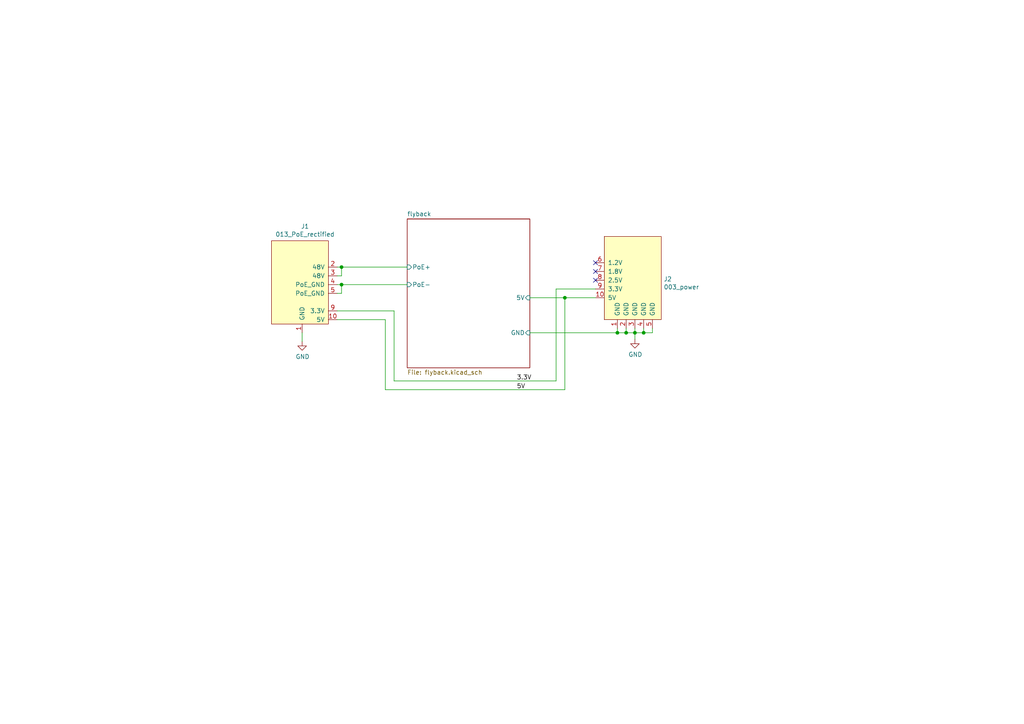
<source format=kicad_sch>
(kicad_sch (version 20211123) (generator eeschema)

  (uuid c201e1b2-fc01-4110-bdaa-a33290468c83)

  (paper "A4")

  (lib_symbols
    (symbol "power:GND" (power) (pin_names (offset 0)) (in_bom yes) (on_board yes)
      (property "Reference" "#PWR" (id 0) (at 0 -6.35 0)
        (effects (font (size 1.27 1.27)) hide)
      )
      (property "Value" "GND" (id 1) (at 0 -3.81 0)
        (effects (font (size 1.27 1.27)))
      )
      (property "Footprint" "" (id 2) (at 0 0 0)
        (effects (font (size 1.27 1.27)) hide)
      )
      (property "Datasheet" "" (id 3) (at 0 0 0)
        (effects (font (size 1.27 1.27)) hide)
      )
      (property "ki_keywords" "power-flag" (id 4) (at 0 0 0)
        (effects (font (size 1.27 1.27)) hide)
      )
      (property "ki_description" "Power symbol creates a global label with name \"GND\" , ground" (id 5) (at 0 0 0)
        (effects (font (size 1.27 1.27)) hide)
      )
      (symbol "GND_0_1"
        (polyline
          (pts
            (xy 0 0)
            (xy 0 -1.27)
            (xy 1.27 -1.27)
            (xy 0 -2.54)
            (xy -1.27 -1.27)
            (xy 0 -1.27)
          )
          (stroke (width 0) (type default) (color 0 0 0 0))
          (fill (type none))
        )
      )
      (symbol "GND_1_1"
        (pin power_in line (at 0 0 270) (length 0) hide
          (name "GND" (effects (font (size 1.27 1.27))))
          (number "1" (effects (font (size 1.27 1.27))))
        )
      )
    )
    (symbol "put_on_edge:003_power" (pin_names (offset 1.016)) (in_bom yes) (on_board yes)
      (property "Reference" "J" (id 0) (at -2.54 13.97 0)
        (effects (font (size 1.27 1.27)))
      )
      (property "Value" "003_power" (id 1) (at 8.89 13.97 0)
        (effects (font (size 1.27 1.27)))
      )
      (property "Footprint" "" (id 2) (at 7.62 16.51 0)
        (effects (font (size 1.27 1.27)) hide)
      )
      (property "Datasheet" "" (id 3) (at 7.62 16.51 0)
        (effects (font (size 1.27 1.27)) hide)
      )
      (symbol "003_power_0_1"
        (rectangle (start -8.89 12.7) (end 7.62 -11.43)
          (stroke (width 0) (type default) (color 0 0 0 0))
          (fill (type background))
        )
      )
      (symbol "003_power_1_1"
        (pin power_in line (at -5.08 -13.97 90) (length 2.54)
          (name "GND" (effects (font (size 1.27 1.27))))
          (number "1" (effects (font (size 1.27 1.27))))
        )
        (pin power_out line (at -11.43 -5.08 0) (length 2.54)
          (name "5V" (effects (font (size 1.27 1.27))))
          (number "10" (effects (font (size 1.27 1.27))))
        )
        (pin power_in line (at -2.54 -13.97 90) (length 2.54)
          (name "GND" (effects (font (size 1.27 1.27))))
          (number "2" (effects (font (size 1.27 1.27))))
        )
        (pin power_in line (at 0 -13.97 90) (length 2.54)
          (name "GND" (effects (font (size 1.27 1.27))))
          (number "3" (effects (font (size 1.27 1.27))))
        )
        (pin power_in line (at 2.54 -13.97 90) (length 2.54)
          (name "GND" (effects (font (size 1.27 1.27))))
          (number "4" (effects (font (size 1.27 1.27))))
        )
        (pin power_in line (at 5.08 -13.97 90) (length 2.54)
          (name "GND" (effects (font (size 1.27 1.27))))
          (number "5" (effects (font (size 1.27 1.27))))
        )
        (pin power_out line (at -11.43 5.08 0) (length 2.54)
          (name "1.2V" (effects (font (size 1.27 1.27))))
          (number "6" (effects (font (size 1.27 1.27))))
        )
        (pin power_out line (at -11.43 2.54 0) (length 2.54)
          (name "1.8V" (effects (font (size 1.27 1.27))))
          (number "7" (effects (font (size 1.27 1.27))))
        )
        (pin power_out line (at -11.43 0 0) (length 2.54)
          (name "2.5V" (effects (font (size 1.27 1.27))))
          (number "8" (effects (font (size 1.27 1.27))))
        )
        (pin power_out line (at -11.43 -2.54 0) (length 2.54)
          (name "3.3V" (effects (font (size 1.27 1.27))))
          (number "9" (effects (font (size 1.27 1.27))))
        )
      )
    )
    (symbol "put_on_edge:013_PoE_rectified" (pin_names (offset 1.016)) (in_bom yes) (on_board yes)
      (property "Reference" "J" (id 0) (at -2.54 13.97 0)
        (effects (font (size 1.27 1.27)))
      )
      (property "Value" "013_PoE_rectified" (id 1) (at 8.89 13.97 0)
        (effects (font (size 1.27 1.27)))
      )
      (property "Footprint" "" (id 2) (at 7.62 16.51 0)
        (effects (font (size 1.27 1.27)) hide)
      )
      (property "Datasheet" "" (id 3) (at 7.62 16.51 0)
        (effects (font (size 1.27 1.27)) hide)
      )
      (symbol "013_PoE_rectified_0_1"
        (rectangle (start -8.89 12.7) (end 7.62 -11.43)
          (stroke (width 0) (type default) (color 0 0 0 0))
          (fill (type background))
        )
      )
      (symbol "013_PoE_rectified_1_1"
        (pin power_in line (at -1.27 -13.97 90) (length 2.54)
          (name "GND" (effects (font (size 1.27 1.27))))
          (number "1" (effects (font (size 1.27 1.27))))
        )
        (pin power_in line (at -11.43 -10.16 0) (length 2.54)
          (name "5V" (effects (font (size 1.27 1.27))))
          (number "10" (effects (font (size 1.27 1.27))))
        )
        (pin bidirectional line (at -11.43 5.08 0) (length 2.54)
          (name "48V" (effects (font (size 1.27 1.27))))
          (number "2" (effects (font (size 1.27 1.27))))
        )
        (pin bidirectional line (at -11.43 2.54 0) (length 2.54)
          (name "48V" (effects (font (size 1.27 1.27))))
          (number "3" (effects (font (size 1.27 1.27))))
        )
        (pin power_in line (at -11.43 0 0) (length 2.54)
          (name "PoE_GND" (effects (font (size 1.27 1.27))))
          (number "4" (effects (font (size 1.27 1.27))))
        )
        (pin power_in line (at -11.43 -2.54 0) (length 2.54)
          (name "PoE_GND" (effects (font (size 1.27 1.27))))
          (number "5" (effects (font (size 1.27 1.27))))
        )
        (pin power_in line (at -11.43 -7.62 0) (length 2.54)
          (name "3.3V" (effects (font (size 1.27 1.27))))
          (number "9" (effects (font (size 1.27 1.27))))
        )
      )
    )
  )

  (junction (at 184.15 96.52) (diameter 0) (color 0 0 0 0)
    (uuid 0147f16a-c952-4891-8f53-a9fb8cddeb8d)
  )
  (junction (at 186.69 96.52) (diameter 0) (color 0 0 0 0)
    (uuid 32667662-ae86-4904-b198-3e95f11851bf)
  )
  (junction (at 163.83 86.36) (diameter 0) (color 0 0 0 0)
    (uuid 7f3f9e02-e2e0-47fb-ae52-05e26a2d1c8c)
  )
  (junction (at 179.07 96.52) (diameter 0) (color 0 0 0 0)
    (uuid 983c426c-24e0-4c65-ab69-1f1824adc5c6)
  )
  (junction (at 181.61 96.52) (diameter 0) (color 0 0 0 0)
    (uuid a7520ad3-0f8b-4788-92d4-8ffb277041e6)
  )
  (junction (at 99.06 77.47) (diameter 0) (color 0 0 0 0)
    (uuid d707b74b-4dec-48a9-8039-266a76361d0a)
  )
  (junction (at 99.06 82.55) (diameter 0) (color 0 0 0 0)
    (uuid ffab2978-1b21-467b-a6a7-7aab484e4af5)
  )

  (no_connect (at 172.72 78.74) (uuid 46918595-4a45-48e8-84c0-961b4db7f35f))
  (no_connect (at 172.72 81.28) (uuid 9ccf03e8-755a-4cd9-96fc-30e1d08fa253))
  (no_connect (at 172.72 76.2) (uuid a795f1ba-cdd5-4cc5-9a52-08586e982934))

  (wire (pts (xy 111.76 113.03) (xy 163.83 113.03))
    (stroke (width 0) (type default) (color 0 0 0 0))
    (uuid 0994b634-c498-467d-9909-5c90090838ba)
  )
  (wire (pts (xy 179.07 96.52) (xy 179.07 95.25))
    (stroke (width 0) (type default) (color 0 0 0 0))
    (uuid 13abf99d-5265-4779-8973-e94370fd18ff)
  )
  (wire (pts (xy 186.69 96.52) (xy 189.23 96.52))
    (stroke (width 0) (type default) (color 0 0 0 0))
    (uuid 3dcc657b-55a1-48e0-9667-e01e7b6b08b5)
  )
  (wire (pts (xy 97.79 85.09) (xy 99.06 85.09))
    (stroke (width 0) (type default) (color 0 0 0 0))
    (uuid 44432a04-dc9e-4d0e-b77a-d76aaabe51f6)
  )
  (wire (pts (xy 181.61 96.52) (xy 184.15 96.52))
    (stroke (width 0) (type default) (color 0 0 0 0))
    (uuid 4e3d7c0d-12e3-42f2-b944-e4bcdbbcac2a)
  )
  (wire (pts (xy 97.79 80.01) (xy 99.06 80.01))
    (stroke (width 0) (type default) (color 0 0 0 0))
    (uuid 4f246869-7f99-4bdf-8bd5-a2e41e6cb64a)
  )
  (wire (pts (xy 99.06 82.55) (xy 118.11 82.55))
    (stroke (width 0) (type default) (color 0 0 0 0))
    (uuid 53122948-9424-490f-a5a9-c91e4883af76)
  )
  (wire (pts (xy 161.29 83.82) (xy 172.72 83.82))
    (stroke (width 0) (type default) (color 0 0 0 0))
    (uuid 62f380ba-1f1e-41d3-98f7-117069b42a71)
  )
  (wire (pts (xy 189.23 96.52) (xy 189.23 95.25))
    (stroke (width 0) (type default) (color 0 0 0 0))
    (uuid 67f6e996-3c99-493c-8f6f-e739e2ed5d7a)
  )
  (wire (pts (xy 184.15 95.25) (xy 184.15 96.52))
    (stroke (width 0) (type default) (color 0 0 0 0))
    (uuid 6a44418c-7bb4-4e99-8836-57f153c19721)
  )
  (wire (pts (xy 161.29 110.49) (xy 161.29 83.82))
    (stroke (width 0) (type default) (color 0 0 0 0))
    (uuid 6ce91de4-bbc4-4573-b1a4-074ce48acc06)
  )
  (wire (pts (xy 179.07 96.52) (xy 153.67 96.52))
    (stroke (width 0) (type default) (color 0 0 0 0))
    (uuid 6e105729-aba0-497c-a99e-c32d2b3ddb6d)
  )
  (wire (pts (xy 111.76 92.71) (xy 111.76 113.03))
    (stroke (width 0) (type default) (color 0 0 0 0))
    (uuid 75a0952d-024f-4b52-bb6f-f208dcdda2eb)
  )
  (wire (pts (xy 87.63 96.52) (xy 87.63 99.06))
    (stroke (width 0) (type default) (color 0 0 0 0))
    (uuid 7979098d-9a36-4e45-87d5-0ecb96b584a0)
  )
  (wire (pts (xy 114.3 90.17) (xy 114.3 110.49))
    (stroke (width 0) (type default) (color 0 0 0 0))
    (uuid 88e27125-565a-412c-9944-ebc3c173e53a)
  )
  (wire (pts (xy 114.3 110.49) (xy 161.29 110.49))
    (stroke (width 0) (type default) (color 0 0 0 0))
    (uuid 91e29624-03bf-4de9-a07e-070373144a9f)
  )
  (wire (pts (xy 97.79 90.17) (xy 114.3 90.17))
    (stroke (width 0) (type default) (color 0 0 0 0))
    (uuid 9bc3d7ae-e309-4748-86c8-20c95047cccd)
  )
  (wire (pts (xy 181.61 96.52) (xy 179.07 96.52))
    (stroke (width 0) (type default) (color 0 0 0 0))
    (uuid a05d7640-f2f6-4ba7-8c51-5a4af431fc13)
  )
  (wire (pts (xy 186.69 96.52) (xy 186.69 95.25))
    (stroke (width 0) (type default) (color 0 0 0 0))
    (uuid aa02e544-13f5-4cf8-a5f4-3e6cda006090)
  )
  (wire (pts (xy 97.79 77.47) (xy 99.06 77.47))
    (stroke (width 0) (type default) (color 0 0 0 0))
    (uuid afa92cc5-ac5b-4359-a0a6-cae42693f457)
  )
  (wire (pts (xy 97.79 82.55) (xy 99.06 82.55))
    (stroke (width 0) (type default) (color 0 0 0 0))
    (uuid b7355e36-8e6e-4eb5-80cc-8551da57cc80)
  )
  (wire (pts (xy 163.83 86.36) (xy 172.72 86.36))
    (stroke (width 0) (type default) (color 0 0 0 0))
    (uuid c0e274a1-432c-4773-91a5-fdd1d7811bdb)
  )
  (wire (pts (xy 153.67 86.36) (xy 163.83 86.36))
    (stroke (width 0) (type default) (color 0 0 0 0))
    (uuid c1d83899-e380-49f9-a87d-8e78bc089ebf)
  )
  (wire (pts (xy 99.06 85.09) (xy 99.06 82.55))
    (stroke (width 0) (type default) (color 0 0 0 0))
    (uuid c201fce5-f80c-4c4f-aad2-3ee6d9702385)
  )
  (wire (pts (xy 181.61 95.25) (xy 181.61 96.52))
    (stroke (width 0) (type default) (color 0 0 0 0))
    (uuid c70d9ef3-bfeb-47e0-a1e1-9aeba3da7864)
  )
  (wire (pts (xy 99.06 80.01) (xy 99.06 77.47))
    (stroke (width 0) (type default) (color 0 0 0 0))
    (uuid cd2ce4ad-2b77-42e3-9b16-2f8ae41f3f7f)
  )
  (wire (pts (xy 163.83 113.03) (xy 163.83 86.36))
    (stroke (width 0) (type default) (color 0 0 0 0))
    (uuid d0742fa9-28d6-48a2-bf49-b7283487a9ea)
  )
  (wire (pts (xy 184.15 96.52) (xy 186.69 96.52))
    (stroke (width 0) (type default) (color 0 0 0 0))
    (uuid d1262c4d-2245-4c4f-8f35-7bb32cd9e21e)
  )
  (wire (pts (xy 184.15 98.425) (xy 184.15 96.52))
    (stroke (width 0) (type default) (color 0 0 0 0))
    (uuid dd00c2e1-6027-4717-b312-4fab3ee52002)
  )
  (wire (pts (xy 99.06 77.47) (xy 118.11 77.47))
    (stroke (width 0) (type default) (color 0 0 0 0))
    (uuid ed3e4644-b6af-491d-b719-f050e8bae081)
  )
  (wire (pts (xy 97.79 92.71) (xy 111.76 92.71))
    (stroke (width 0) (type default) (color 0 0 0 0))
    (uuid fa4915ab-8176-4bb9-a751-31a4d8a8ea4b)
  )

  (label "3.3V" (at 149.86 110.49 0)
    (effects (font (size 1.27 1.27)) (justify left bottom))
    (uuid 41daa294-d5f7-425f-92d5-172952763c90)
  )
  (label "5V" (at 149.86 113.03 0)
    (effects (font (size 1.27 1.27)) (justify left bottom))
    (uuid 78524e1e-8d27-45a8-8025-9df6ac5718b4)
  )

  (symbol (lib_id "put_on_edge:013_PoE_rectified") (at 86.36 82.55 0) (mirror y) (unit 1)
    (in_bom yes) (on_board yes)
    (uuid 00000000-0000-0000-0000-00006083a976)
    (property "Reference" "J1" (id 0) (at 88.4682 65.659 0))
    (property "Value" "013_PoE_rectified" (id 1) (at 88.4682 67.9704 0))
    (property "Footprint" "on_edge:on_edge_2x05_device" (id 2) (at 78.74 66.04 0)
      (effects (font (size 1.27 1.27)) hide)
    )
    (property "Datasheet" "" (id 3) (at 78.74 66.04 0)
      (effects (font (size 1.27 1.27)) hide)
    )
    (pin "1" (uuid 88016f71-1e82-4f81-8b78-f9f955b8f999))
    (pin "10" (uuid 991f15fc-f839-4de5-9023-6a13ea2ad14e))
    (pin "2" (uuid 1080c9d6-abd6-4dfc-b35f-fc4433037cdf))
    (pin "3" (uuid c50d6d45-acbd-41da-8eee-ed879a037d0f))
    (pin "4" (uuid e82879b1-7983-4342-85c0-816b129eca36))
    (pin "5" (uuid 3ea7cf9a-7cd7-40df-8747-1c9a94565946))
    (pin "9" (uuid e33eb8dc-2fd5-463f-b2be-6d2b09d266e4))
  )

  (symbol (lib_id "power:GND") (at 184.15 98.425 0) (unit 1)
    (in_bom yes) (on_board yes)
    (uuid 00000000-0000-0000-0000-00006083e083)
    (property "Reference" "#PWR0103" (id 0) (at 184.15 104.775 0)
      (effects (font (size 1.27 1.27)) hide)
    )
    (property "Value" "GND" (id 1) (at 184.277 102.8192 0))
    (property "Footprint" "" (id 2) (at 184.15 98.425 0)
      (effects (font (size 1.27 1.27)) hide)
    )
    (property "Datasheet" "" (id 3) (at 184.15 98.425 0)
      (effects (font (size 1.27 1.27)) hide)
    )
    (pin "1" (uuid 4f0e50be-0a57-4491-920a-ba2ba731d912))
  )

  (symbol (lib_id "put_on_edge:003_power") (at 184.15 81.28 0) (unit 1)
    (in_bom yes) (on_board yes)
    (uuid 00000000-0000-0000-0000-0000609e43df)
    (property "Reference" "J2" (id 0) (at 192.4812 80.9498 0)
      (effects (font (size 1.27 1.27)) (justify left))
    )
    (property "Value" "003_power" (id 1) (at 192.4812 83.2612 0)
      (effects (font (size 1.27 1.27)) (justify left))
    )
    (property "Footprint" "on_edge:on_edge_2x05_host" (id 2) (at 191.77 64.77 0)
      (effects (font (size 1.27 1.27)) hide)
    )
    (property "Datasheet" "" (id 3) (at 191.77 64.77 0)
      (effects (font (size 1.27 1.27)) hide)
    )
    (pin "1" (uuid 9f87cf06-301f-4a20-87b4-d74783cac74d))
    (pin "10" (uuid 8c54e534-a307-4dba-9183-66c54b048a47))
    (pin "2" (uuid 6a15f517-8cc8-4d42-aaa4-3437a91011ef))
    (pin "3" (uuid 56436916-a20e-46de-98dc-e2c89c7eb748))
    (pin "4" (uuid 20444f97-e45b-469f-a7d2-1b5236c48be7))
    (pin "5" (uuid f76c7da0-c369-4a60-aef9-41e7177d2a72))
    (pin "6" (uuid d0e74642-b451-4818-8635-6c6460d97fb7))
    (pin "7" (uuid 30d85a32-d0ad-4899-8850-d1d127a88999))
    (pin "8" (uuid 40d58b0e-552e-4a54-b994-307438ca7db1))
    (pin "9" (uuid 5f29633f-4a94-4e95-b9bc-1f5f986d7f65))
  )

  (symbol (lib_id "power:GND") (at 87.63 99.06 0) (unit 1)
    (in_bom yes) (on_board yes)
    (uuid 9ed296a8-77f1-43ed-921f-b9716fb63b9a)
    (property "Reference" "#PWR0101" (id 0) (at 87.63 105.41 0)
      (effects (font (size 1.27 1.27)) hide)
    )
    (property "Value" "GND" (id 1) (at 87.757 103.4542 0))
    (property "Footprint" "" (id 2) (at 87.63 99.06 0)
      (effects (font (size 1.27 1.27)) hide)
    )
    (property "Datasheet" "" (id 3) (at 87.63 99.06 0)
      (effects (font (size 1.27 1.27)) hide)
    )
    (pin "1" (uuid 771f64f6-0108-4d27-9b49-5c29b6d8481e))
  )

  (sheet (at 118.11 63.5) (size 35.56 43.18) (fields_autoplaced)
    (stroke (width 0) (type solid) (color 0 0 0 0))
    (fill (color 0 0 0 0.0000))
    (uuid 00000000-0000-0000-0000-00006083c3a8)
    (property "Sheet name" "flyback" (id 0) (at 118.11 62.7884 0)
      (effects (font (size 1.27 1.27)) (justify left bottom))
    )
    (property "Sheet file" "flyback.kicad_sch" (id 1) (at 118.11 107.2646 0)
      (effects (font (size 1.27 1.27)) (justify left top))
    )
    (pin "5V" input (at 153.67 86.36 0)
      (effects (font (size 1.27 1.27)) (justify right))
      (uuid c801d42e-dd94-493e-bd2f-6c3ddad43f55)
    )
    (pin "GND" input (at 153.67 96.52 0)
      (effects (font (size 1.27 1.27)) (justify right))
      (uuid 3172f2e2-18d2-4a80-ae30-5707b3409798)
    )
    (pin "PoE+" input (at 118.11 77.47 180)
      (effects (font (size 1.27 1.27)) (justify left))
      (uuid 2710772f-dc3b-474c-b473-6390310fff88)
    )
    (pin "PoE-" input (at 118.11 82.55 180)
      (effects (font (size 1.27 1.27)) (justify left))
      (uuid 62643a7b-e663-4795-bb1d-37f4e9609609)
    )
  )

  (sheet_instances
    (path "/" (page "1"))
    (path "/00000000-0000-0000-0000-00006083c3a8" (page "2"))
  )

  (symbol_instances
    (path "/9ed296a8-77f1-43ed-921f-b9716fb63b9a"
      (reference "#PWR0101") (unit 1) (value "GND") (footprint "")
    )
    (path "/00000000-0000-0000-0000-00006083e083"
      (reference "#PWR0103") (unit 1) (value "GND") (footprint "")
    )
    (path "/00000000-0000-0000-0000-00006083c3a8/00000000-0000-0000-0000-000060a06e25"
      (reference "C1") (unit 1) (value "100n") (footprint "Capacitor_SMD:C_0603_1608Metric")
    )
    (path "/00000000-0000-0000-0000-00006083c3a8/00000000-0000-0000-0000-000060a1ec7f"
      (reference "C2") (unit 1) (value "1uF") (footprint "Capacitor_SMD:C_0603_1608Metric")
    )
    (path "/00000000-0000-0000-0000-00006083c3a8/00000000-0000-0000-0000-000060bc6c5f"
      (reference "C3") (unit 1) (value "2.2uF") (footprint "Capacitor_SMD:C_1210_3225Metric")
    )
    (path "/00000000-0000-0000-0000-00006083c3a8/00000000-0000-0000-0000-000060bdccdb"
      (reference "C4") (unit 1) (value "10uF") (footprint "Capacitor_SMD:C_1210_3225Metric")
    )
    (path "/00000000-0000-0000-0000-00006083c3a8/6c14ecc2-d250-415e-97cc-afd6fd72ffdd"
      (reference "C5") (unit 1) (value "1nF") (footprint "Capacitor_SMD:C_0603_1608Metric")
    )
    (path "/00000000-0000-0000-0000-00006083c3a8/fec6969a-2e15-4705-b225-ab89f6caa607"
      (reference "C6") (unit 1) (value "47uF") (footprint "Capacitor_SMD:C_1210_3225Metric")
    )
    (path "/00000000-0000-0000-0000-00006083c3a8/941009ef-27bc-46a0-81e8-c50c62b69c8e"
      (reference "C7") (unit 1) (value "47uF") (footprint "Capacitor_SMD:C_1210_3225Metric")
    )
    (path "/00000000-0000-0000-0000-00006083c3a8/2450016b-aa1c-43b2-8256-f2591e874787"
      (reference "C8") (unit 1) (value "220uF") (footprint "Capacitor_SMD:CP_Elec_10x10.5")
    )
    (path "/00000000-0000-0000-0000-00006083c3a8/8f48a532-dbc1-4deb-9f73-d55edbb9ede9"
      (reference "C9") (unit 1) (value "10n") (footprint "Capacitor_SMD:C_0805_2012Metric")
    )
    (path "/00000000-0000-0000-0000-00006083c3a8/0b5fb9e3-6974-4d1c-beeb-a93c323690ee"
      (reference "C10") (unit 1) (value "1nF") (footprint "Capacitor_SMD:C_1825_4564Metric")
    )
    (path "/00000000-0000-0000-0000-00006083c3a8/977a8cce-e5bb-456d-b0a0-220f909c6153"
      (reference "D1") (unit 1) (value "1N4148") (footprint "Diode_SMD:D_SOD-323")
    )
    (path "/00000000-0000-0000-0000-00006083c3a8/e1e29c75-834c-4aa3-8d24-9ecd1146bca9"
      (reference "D2") (unit 1) (value "SBR8U60P5-7") (footprint "Diode_SMD:D_PowerDI-5")
    )
    (path "/00000000-0000-0000-0000-00006083c3a8/17a79790-77e9-46c9-96ec-9972c902d06e"
      (reference "D3") (unit 1) (value "BAV21") (footprint "Diode_SMD:D_SOD-323_HandSoldering")
    )
    (path "/00000000-0000-0000-0000-00006083a976"
      (reference "J1") (unit 1) (value "013_PoE_rectified") (footprint "on_edge:on_edge_2x05_device")
    )
    (path "/00000000-0000-0000-0000-0000609e43df"
      (reference "J2") (unit 1) (value "003_power") (footprint "on_edge:on_edge_2x05_host")
    )
    (path "/00000000-0000-0000-0000-00006083c3a8/3f193c86-a76f-4831-8da3-38c37ef79f23"
      (reference "L1") (unit 1) (value "0R") (footprint "Inductor_SMD:L_1812_4532Metric")
    )
    (path "/00000000-0000-0000-0000-00006083c3a8/4cede1f9-feab-4d64-94a8-4377200e4073"
      (reference "R1") (unit 1) (value "2.2k") (footprint "Resistor_SMD:R_0603_1608Metric")
    )
    (path "/00000000-0000-0000-0000-00006083c3a8/829fe45f-4f2a-494b-aa76-279476c8d8dc"
      (reference "R2") (unit 1) (value "20k") (footprint "Resistor_SMD:R_0603_1608Metric")
    )
    (path "/00000000-0000-0000-0000-00006083c3a8/00000000-0000-0000-0000-000060a08fa6"
      (reference "R3") (unit 1) (value "41.2R") (footprint "Resistor_SMD:R_0603_1608Metric")
    )
    (path "/00000000-0000-0000-0000-00006083c3a8/00000000-0000-0000-0000-000060a0839d"
      (reference "R4") (unit 1) (value "24.9k") (footprint "Resistor_SMD:R_0603_1608Metric")
    )
    (path "/00000000-0000-0000-0000-00006083c3a8/00000000-0000-0000-0000-000060a2372f"
      (reference "R5") (unit 1) (value "49.9k") (footprint "Resistor_SMD:R_0603_1608Metric")
    )
    (path "/00000000-0000-0000-0000-00006083c3a8/c2cd3993-73d9-41e5-b0f1-db67f319d603"
      (reference "R6") (unit 1) (value "105k") (footprint "Resistor_SMD:R_0603_1608Metric")
    )
    (path "/00000000-0000-0000-0000-00006083c3a8/18dc37b1-09ce-4dbd-b2fa-96b727679170"
      (reference "R7") (unit 1) (value "20R") (footprint "Resistor_SMD:R_0603_1608Metric")
    )
    (path "/00000000-0000-0000-0000-00006083c3a8/112858c4-2406-447d-851f-44d480665acf"
      (reference "R8") (unit 1) (value "10K") (footprint "Resistor_SMD:R_1206_3216Metric")
    )
    (path "/00000000-0000-0000-0000-00006083c3a8/00000000-0000-0000-0000-000060a0318a"
      (reference "U1") (unit 1) (value "MP8007") (footprint "Package_DFN_QFN:QFN-28-1EP_4x5mm_P0.5mm_EP2.65x3.65mm_ThermalVias")
    )
    (path "/00000000-0000-0000-0000-00006083c3a8/ca867fee-2925-4f3f-b30e-9d51d46ad5bb"
      (reference "U2") (unit 1) (value "POE70P-50L") (footprint "local:Transformer_Coilcraft_POE70P")
    )
  )
)

</source>
